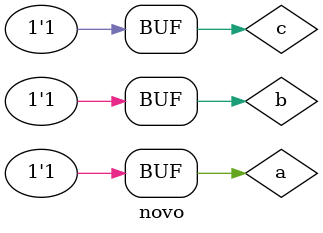
<source format=v>

module ANDtriplo(output u, input h, input j, input o);
assign u = (h&j&o);
endmodule

module novo;
reg a, b, c;
wire u;

ANDtriplo pendrive(u, a, b, c);
initial begin:start
a=0; b=0; c=0;
end

initial begin

$display("Miller - 449048");
$display("Porta AND com 3 entradas");
$display(" ");

$monitor(" %b & %b & %b = %b", a, b, c, u);

#1
#1 a=1;
#1 a=0; b=1;
#1 a=0; b=0; c=1;
#1 a=1; b=1; c=0;
#1 a=1; b=0; c=1;
#1 a=0; b=1; c=1;
#1 a=1; b=1; c=1;

end
endmodule

</source>
